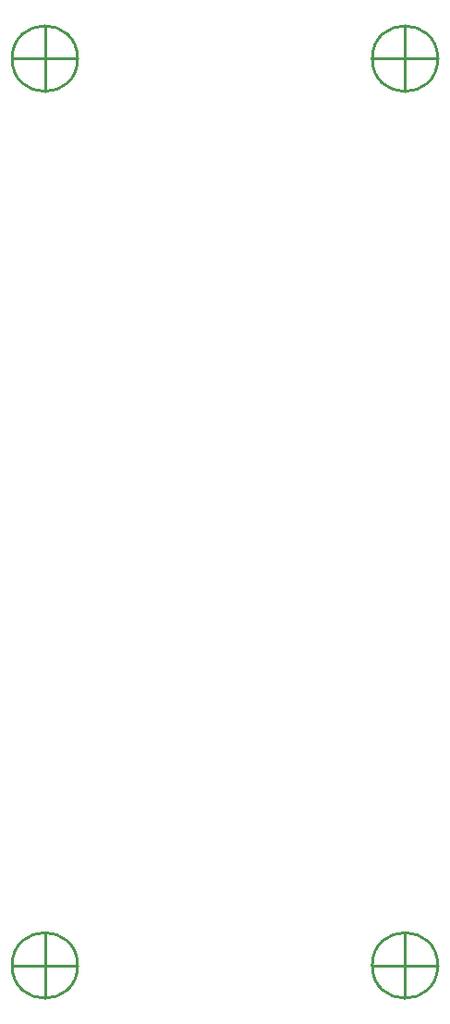
<source format=gbr>
%TF.GenerationSoftware,KiCad,Pcbnew,(6.0.4)*%
%TF.CreationDate,2022-05-06T13:14:28-03:00*%
%TF.ProjectId,kicad proyecto,6b696361-6420-4707-926f-796563746f2e,rev?*%
%TF.SameCoordinates,Original*%
%TF.FileFunction,Legend,Bot*%
%TF.FilePolarity,Positive*%
%FSLAX46Y46*%
G04 Gerber Fmt 4.6, Leading zero omitted, Abs format (unit mm)*
G04 Created by KiCad (PCBNEW (6.0.4)) date 2022-05-06 13:14:28*
%MOMM*%
%LPD*%
G01*
G04 APERTURE LIST*
%ADD10C,0.254000*%
G04 APERTURE END LIST*
D10*
%TO.C,H1*%
X142000000Y-157000000D02*
X136000000Y-157000000D01*
X139000000Y-160000000D02*
X139000000Y-154000000D01*
X142000000Y-157000000D02*
G75*
G03*
X142000000Y-157000000I-3000000J0D01*
G01*
%TO.C,H4*%
X109000000Y-157000000D02*
X103000000Y-157000000D01*
X106000000Y-160000000D02*
X106000000Y-154000000D01*
X109000000Y-157000000D02*
G75*
G03*
X109000000Y-157000000I-3000000J0D01*
G01*
%TO.C,H2*%
X106000000Y-77000000D02*
X106000000Y-71000000D01*
X109000000Y-74000000D02*
X103000000Y-74000000D01*
X109000000Y-74000000D02*
G75*
G03*
X109000000Y-74000000I-3000000J0D01*
G01*
%TO.C,H3*%
X139000000Y-77000000D02*
X139000000Y-71000000D01*
X142000000Y-74000000D02*
X136000000Y-74000000D01*
X142000000Y-74000000D02*
G75*
G03*
X142000000Y-74000000I-3000000J0D01*
G01*
%TD*%
M02*

</source>
